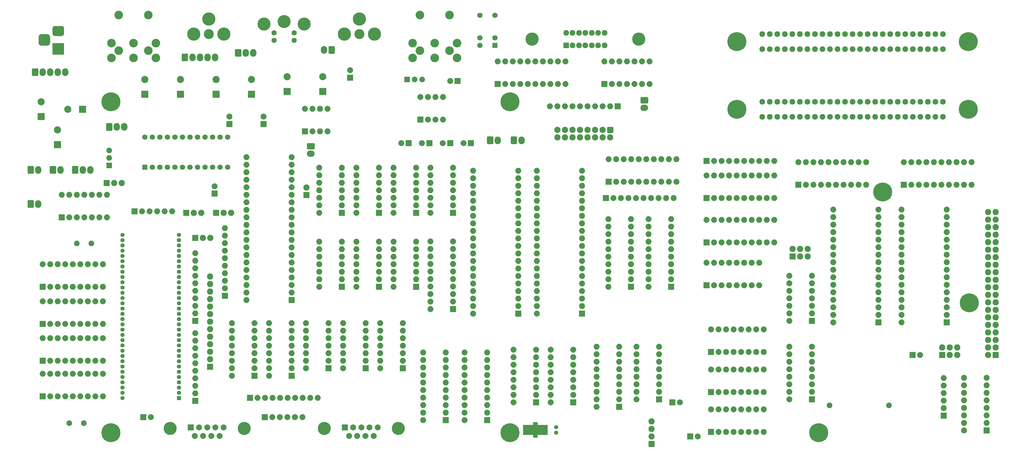
<source format=gts>
G04 #@! TF.GenerationSoftware,KiCad,Pcbnew,(5.1.6)-1*
G04 #@! TF.CreationDate,2021-11-22T06:51:35+02:00*
G04 #@! TF.ProjectId,Omega-Mainboard,4f6d6567-612d-44d6-9169-6e626f617264,rev?*
G04 #@! TF.SameCoordinates,Original*
G04 #@! TF.FileFunction,Soldermask,Top*
G04 #@! TF.FilePolarity,Negative*
%FSLAX46Y46*%
G04 Gerber Fmt 4.6, Leading zero omitted, Abs format (unit mm)*
G04 Created by KiCad (PCBNEW (5.1.6)-1) date 2021-11-22 06:51:35*
%MOMM*%
%LPD*%
G01*
G04 APERTURE LIST*
%ADD10C,6.400000*%
%ADD11O,2.140000X2.590000*%
%ADD12R,3.900000X3.900000*%
%ADD13O,2.000000X2.000000*%
%ADD14R,2.000000X2.000000*%
%ADD15R,1.797000X1.797000*%
%ADD16C,1.797000*%
%ADD17O,2.100000X2.100000*%
%ADD18R,2.100000X2.100000*%
%ADD19C,1.924000*%
%ADD20O,2.590000X2.140000*%
%ADD21C,2.000000*%
%ADD22C,4.400000*%
%ADD23C,1.400000*%
%ADD24R,8.400000X3.400000*%
%ADD25R,1.600000X1.600000*%
%ADD26C,2.100000*%
%ADD27R,1.900000X1.900000*%
%ADD28C,1.900000*%
%ADD29C,2.400000*%
%ADD30R,2.400000X2.400000*%
%ADD31C,2.900000*%
%ADD32C,4.400500*%
%ADD33C,1.771600*%
%ADD34R,1.416000X1.416000*%
%ADD35C,1.416000*%
%ADD36C,4.464000*%
%ADD37C,3.371800*%
%ADD38R,1.924000X1.924000*%
%ADD39C,4.448760*%
G04 APERTURE END LIST*
D10*
X357822000Y-80010000D03*
X279718000Y-80010000D03*
X357822000Y-57150000D03*
X279718000Y-57150000D03*
X358140000Y-145415000D03*
X307340000Y-189230000D03*
X203200000Y-189230000D03*
X68580000Y-189230000D03*
X328930000Y-107950000D03*
X203200000Y-77470000D03*
X68580000Y-77470000D03*
D11*
X53160000Y-67500000D03*
X50620000Y-67500000D03*
X48080000Y-67500000D03*
X45540000Y-67500000D03*
G36*
G01*
X41930000Y-68487530D02*
X41930000Y-66512470D01*
G75*
G02*
X42237470Y-66205000I307470J0D01*
G01*
X43762530Y-66205000D01*
G75*
G02*
X44070000Y-66512470I0J-307470D01*
G01*
X44070000Y-68487530D01*
G75*
G02*
X43762530Y-68795000I-307470J0D01*
G01*
X42237470Y-68795000D01*
G75*
G02*
X41930000Y-68487530I0J307470D01*
G01*
G37*
X44040000Y-100500000D03*
G36*
G01*
X40430000Y-101487530D02*
X40430000Y-99512470D01*
G75*
G02*
X40737470Y-99205000I307470J0D01*
G01*
X42262530Y-99205000D01*
G75*
G02*
X42570000Y-99512470I0J-307470D01*
G01*
X42570000Y-101487530D01*
G75*
G02*
X42262530Y-101795000I-307470J0D01*
G01*
X40737470Y-101795000D01*
G75*
G02*
X40430000Y-101487530I0J307470D01*
G01*
G37*
G36*
G01*
X45125000Y-54650000D02*
X47075000Y-54650000D01*
G75*
G02*
X48050000Y-55625000I0J-975000D01*
G01*
X48050000Y-57575000D01*
G75*
G02*
X47075000Y-58550000I-975000J0D01*
G01*
X45125000Y-58550000D01*
G75*
G02*
X44150000Y-57575000I0J975000D01*
G01*
X44150000Y-55625000D01*
G75*
G02*
X45125000Y-54650000I975000J0D01*
G01*
G37*
G36*
G01*
X49700000Y-51900000D02*
X51900000Y-51900000D01*
G75*
G02*
X52750000Y-52750000I0J-850000D01*
G01*
X52750000Y-54450000D01*
G75*
G02*
X51900000Y-55300000I-850000J0D01*
G01*
X49700000Y-55300000D01*
G75*
G02*
X48850000Y-54450000I0J850000D01*
G01*
X48850000Y-52750000D01*
G75*
G02*
X49700000Y-51900000I850000J0D01*
G01*
G37*
D12*
X50800000Y-59600000D03*
D13*
X199000000Y-63880000D03*
X221860000Y-71500000D03*
X201540000Y-63880000D03*
X219320000Y-71500000D03*
X204080000Y-63880000D03*
X216780000Y-71500000D03*
X206620000Y-63880000D03*
X214240000Y-71500000D03*
X209160000Y-63880000D03*
X211700000Y-71500000D03*
X211700000Y-63880000D03*
X209160000Y-71500000D03*
X214240000Y-63880000D03*
X206620000Y-71500000D03*
X216780000Y-63880000D03*
X204080000Y-71500000D03*
X219320000Y-63880000D03*
X201540000Y-71500000D03*
X221860000Y-63880000D03*
D14*
X199000000Y-71500000D03*
D15*
X80030000Y-99580000D03*
D16*
X82570000Y-99580000D03*
X85110000Y-99580000D03*
X87650000Y-99580000D03*
X90190000Y-99580000D03*
X92730000Y-99580000D03*
X95270000Y-99580000D03*
X97810000Y-99580000D03*
X100350000Y-99580000D03*
X102890000Y-99580000D03*
X105430000Y-99580000D03*
X107970000Y-99580000D03*
X107970000Y-89420000D03*
X105430000Y-89420000D03*
X102890000Y-89420000D03*
X100350000Y-89420000D03*
X97810000Y-89420000D03*
X95270000Y-89420000D03*
X92730000Y-89420000D03*
X90190000Y-89420000D03*
X87650000Y-89420000D03*
X85110000Y-89420000D03*
X82570000Y-89420000D03*
X80030000Y-89420000D03*
D17*
X250975000Y-185455000D03*
X250975000Y-187995000D03*
X250975000Y-190535000D03*
D18*
X250975000Y-193075000D03*
D11*
X51540000Y-100500000D03*
G36*
G01*
X47930000Y-101487530D02*
X47930000Y-99512470D01*
G75*
G02*
X48237470Y-99205000I307470J0D01*
G01*
X49762530Y-99205000D01*
G75*
G02*
X50070000Y-99512470I0J-307470D01*
G01*
X50070000Y-101487530D01*
G75*
G02*
X49762530Y-101795000I-307470J0D01*
G01*
X48237470Y-101795000D01*
G75*
G02*
X47930000Y-101487530I0J307470D01*
G01*
G37*
X44040000Y-112000000D03*
G36*
G01*
X40430000Y-112987530D02*
X40430000Y-111012470D01*
G75*
G02*
X40737470Y-110705000I307470J0D01*
G01*
X42262530Y-110705000D01*
G75*
G02*
X42570000Y-111012470I0J-307470D01*
G01*
X42570000Y-112987530D01*
G75*
G02*
X42262530Y-113295000I-307470J0D01*
G01*
X40737470Y-113295000D01*
G75*
G02*
X40430000Y-112987530I0J307470D01*
G01*
G37*
D13*
X190760000Y-149000000D03*
X206000000Y-100740000D03*
X190760000Y-146460000D03*
X206000000Y-103280000D03*
X190760000Y-143920000D03*
X206000000Y-105820000D03*
X190760000Y-141380000D03*
X206000000Y-108360000D03*
X190760000Y-138840000D03*
X206000000Y-110900000D03*
X190760000Y-136300000D03*
X206000000Y-113440000D03*
X190760000Y-133760000D03*
X206000000Y-115980000D03*
X190760000Y-131220000D03*
X206000000Y-118520000D03*
X190760000Y-128680000D03*
X206000000Y-121060000D03*
X190760000Y-126140000D03*
X206000000Y-123600000D03*
X190760000Y-123600000D03*
X206000000Y-126140000D03*
X190760000Y-121060000D03*
X206000000Y-128680000D03*
X190760000Y-118520000D03*
X206000000Y-131220000D03*
X190760000Y-115980000D03*
X206000000Y-133760000D03*
X190760000Y-113440000D03*
X206000000Y-136300000D03*
X190760000Y-110900000D03*
X206000000Y-138840000D03*
X190760000Y-108360000D03*
X206000000Y-141380000D03*
X190760000Y-105820000D03*
X206000000Y-143920000D03*
X190760000Y-103280000D03*
X206000000Y-146460000D03*
X190760000Y-100740000D03*
D14*
X206000000Y-149000000D03*
D19*
X349250000Y-54610000D03*
X349250000Y-59690000D03*
X346710000Y-54610000D03*
X346710000Y-59690000D03*
X344170000Y-54610000D03*
X344170000Y-59690000D03*
X341630000Y-54610000D03*
X341630000Y-59690000D03*
X339090000Y-54610000D03*
X339090000Y-59690000D03*
X336550000Y-54610000D03*
X336550000Y-59690000D03*
X334010000Y-54610000D03*
X334010000Y-59690000D03*
X331470000Y-54610000D03*
X331470000Y-59690000D03*
X328930000Y-54610000D03*
X328930000Y-59690000D03*
X326390000Y-54610000D03*
X326390000Y-59690000D03*
X323850000Y-54610000D03*
X323850000Y-59690000D03*
X321310000Y-54610000D03*
X321310000Y-59690000D03*
X318770000Y-54610000D03*
X318770000Y-59690000D03*
X316230000Y-54610000D03*
X316230000Y-59690000D03*
X313690000Y-54610000D03*
X313690000Y-59690000D03*
X311150000Y-54610000D03*
X311150000Y-59690000D03*
X308610000Y-54610000D03*
X308610000Y-59690000D03*
X306070000Y-54610000D03*
X306070000Y-59690000D03*
X303530000Y-54610000D03*
X303530000Y-59690000D03*
X300990000Y-54610000D03*
X300990000Y-59690000D03*
X298450000Y-54610000D03*
X298450000Y-59690000D03*
X295910000Y-54610000D03*
X295910000Y-59690000D03*
X293370000Y-54610000D03*
X293370000Y-59690000D03*
X290830000Y-54610000D03*
X290830000Y-59690000D03*
X288290000Y-54610000D03*
X288290000Y-59690000D03*
X349250000Y-77470000D03*
X349250000Y-82550000D03*
X346710000Y-77470000D03*
X346710000Y-82550000D03*
X344170000Y-77470000D03*
X344170000Y-82550000D03*
X341630000Y-77470000D03*
X341630000Y-82550000D03*
X339090000Y-77470000D03*
X339090000Y-82550000D03*
X336550000Y-77470000D03*
X336550000Y-82550000D03*
X334010000Y-77470000D03*
X334010000Y-82550000D03*
X331470000Y-77470000D03*
X331470000Y-82550000D03*
X328930000Y-77470000D03*
X328930000Y-82550000D03*
X326390000Y-77470000D03*
X326390000Y-82550000D03*
X323850000Y-77470000D03*
X323850000Y-82550000D03*
X321310000Y-77470000D03*
X321310000Y-82550000D03*
X318770000Y-77470000D03*
X318770000Y-82550000D03*
X316230000Y-77470000D03*
X316230000Y-82550000D03*
X313690000Y-77470000D03*
X313690000Y-82550000D03*
X311150000Y-77470000D03*
X311150000Y-82550000D03*
X308610000Y-77470000D03*
X308610000Y-82550000D03*
X306070000Y-77470000D03*
X306070000Y-82550000D03*
X303530000Y-77470000D03*
X303530000Y-82550000D03*
X300990000Y-77470000D03*
X300990000Y-82550000D03*
X298450000Y-77470000D03*
X298450000Y-82550000D03*
X295910000Y-77470000D03*
X295910000Y-82550000D03*
X293370000Y-77470000D03*
X293370000Y-82550000D03*
X290830000Y-77470000D03*
X290830000Y-82550000D03*
X288290000Y-77470000D03*
X288290000Y-82550000D03*
D11*
X207040000Y-90500000D03*
G36*
G01*
X203430000Y-91487530D02*
X203430000Y-89512470D01*
G75*
G02*
X203737470Y-89205000I307470J0D01*
G01*
X205262530Y-89205000D01*
G75*
G02*
X205570000Y-89512470I0J-307470D01*
G01*
X205570000Y-91487530D01*
G75*
G02*
X205262530Y-91795000I-307470J0D01*
G01*
X203737470Y-91795000D01*
G75*
G02*
X203430000Y-91487530I0J307470D01*
G01*
G37*
X199040000Y-90500000D03*
G36*
G01*
X195430000Y-91487530D02*
X195430000Y-89512470D01*
G75*
G02*
X195737470Y-89205000I307470J0D01*
G01*
X197262530Y-89205000D01*
G75*
G02*
X197570000Y-89512470I0J-307470D01*
G01*
X197570000Y-91487530D01*
G75*
G02*
X197262530Y-91795000I-307470J0D01*
G01*
X195737470Y-91795000D01*
G75*
G02*
X195430000Y-91487530I0J307470D01*
G01*
G37*
D20*
X248500000Y-79540000D03*
G36*
G01*
X247512470Y-75930000D02*
X249487530Y-75930000D01*
G75*
G02*
X249795000Y-76237470I0J-307470D01*
G01*
X249795000Y-77762530D01*
G75*
G02*
X249487530Y-78070000I-307470J0D01*
G01*
X247512470Y-78070000D01*
G75*
G02*
X247205000Y-77762530I0J307470D01*
G01*
X247205000Y-76237470D01*
G75*
G02*
X247512470Y-75930000I307470J0D01*
G01*
G37*
X136000000Y-95040000D03*
G36*
G01*
X135012470Y-91430000D02*
X136987530Y-91430000D01*
G75*
G02*
X137295000Y-91737470I0J-307470D01*
G01*
X137295000Y-93262530D01*
G75*
G02*
X136987530Y-93570000I-307470J0D01*
G01*
X135012470Y-93570000D01*
G75*
G02*
X134705000Y-93262530I0J307470D01*
G01*
X134705000Y-91737470D01*
G75*
G02*
X135012470Y-91430000I307470J0D01*
G01*
G37*
D11*
X140460000Y-60000000D03*
G36*
G01*
X144070000Y-59012470D02*
X144070000Y-60987530D01*
G75*
G02*
X143762530Y-61295000I-307470J0D01*
G01*
X142237470Y-61295000D01*
G75*
G02*
X141930000Y-60987530I0J307470D01*
G01*
X141930000Y-59012470D01*
G75*
G02*
X142237470Y-58705000I307470J0D01*
G01*
X143762530Y-58705000D01*
G75*
G02*
X144070000Y-59012470I0J-307470D01*
G01*
G37*
X103660000Y-62500000D03*
X101120000Y-62500000D03*
X98580000Y-62500000D03*
X96040000Y-62500000D03*
G36*
G01*
X92430000Y-63487530D02*
X92430000Y-61512470D01*
G75*
G02*
X92737470Y-61205000I307470J0D01*
G01*
X94262530Y-61205000D01*
G75*
G02*
X94570000Y-61512470I0J-307470D01*
G01*
X94570000Y-63487530D01*
G75*
G02*
X94262530Y-63795000I-307470J0D01*
G01*
X92737470Y-63795000D01*
G75*
G02*
X92430000Y-63487530I0J307470D01*
G01*
G37*
X116580000Y-61000000D03*
X114040000Y-61000000D03*
G36*
G01*
X110430000Y-61987530D02*
X110430000Y-60012470D01*
G75*
G02*
X110737470Y-59705000I307470J0D01*
G01*
X112262530Y-59705000D01*
G75*
G02*
X112570000Y-60012470I0J-307470D01*
G01*
X112570000Y-61987530D01*
G75*
G02*
X112262530Y-62295000I-307470J0D01*
G01*
X110737470Y-62295000D01*
G75*
G02*
X110430000Y-61987530I0J307470D01*
G01*
G37*
X61580000Y-100500000D03*
X59040000Y-100500000D03*
G36*
G01*
X55430000Y-101487530D02*
X55430000Y-99512470D01*
G75*
G02*
X55737470Y-99205000I307470J0D01*
G01*
X57262530Y-99205000D01*
G75*
G02*
X57570000Y-99512470I0J-307470D01*
G01*
X57570000Y-101487530D01*
G75*
G02*
X57262530Y-101795000I-307470J0D01*
G01*
X55737470Y-101795000D01*
G75*
G02*
X55430000Y-101487530I0J307470D01*
G01*
G37*
X73080000Y-86000000D03*
X70540000Y-86000000D03*
G36*
G01*
X66930000Y-86987530D02*
X66930000Y-85012470D01*
G75*
G02*
X67237470Y-84705000I307470J0D01*
G01*
X68762530Y-84705000D01*
G75*
G02*
X69070000Y-85012470I0J-307470D01*
G01*
X69070000Y-86987530D01*
G75*
G02*
X68762530Y-87295000I-307470J0D01*
G01*
X67237470Y-87295000D01*
G75*
G02*
X66930000Y-86987530I0J307470D01*
G01*
G37*
D21*
X260500000Y-179000000D03*
D14*
X258000000Y-179000000D03*
D21*
X266500000Y-190500000D03*
D14*
X264000000Y-190500000D03*
D22*
X165540000Y-187800000D03*
X140540000Y-187800000D03*
D21*
X157195000Y-190340000D03*
X154425000Y-190340000D03*
X151655000Y-190340000D03*
X148885000Y-190340000D03*
X158580000Y-187500000D03*
X155810000Y-187500000D03*
X153040000Y-187500000D03*
X150270000Y-187500000D03*
D14*
X147500000Y-187500000D03*
D22*
X113540000Y-187800000D03*
X88540000Y-187800000D03*
D21*
X105195000Y-190340000D03*
X102425000Y-190340000D03*
X99655000Y-190340000D03*
X96885000Y-190340000D03*
X106580000Y-187500000D03*
X103810000Y-187500000D03*
X101040000Y-187500000D03*
X98270000Y-187500000D03*
D14*
X95500000Y-187500000D03*
D17*
X109080000Y-115000000D03*
X106540000Y-115000000D03*
D18*
X104000000Y-115000000D03*
D17*
X99080000Y-115000000D03*
X96540000Y-115000000D03*
D18*
X94000000Y-115000000D03*
D17*
X364460000Y-114740000D03*
X367000000Y-114740000D03*
X364460000Y-117280000D03*
X367000000Y-117280000D03*
X364460000Y-119820000D03*
X367000000Y-119820000D03*
X364460000Y-122360000D03*
X367000000Y-122360000D03*
X364460000Y-124900000D03*
X367000000Y-124900000D03*
X364460000Y-127440000D03*
X367000000Y-127440000D03*
X364460000Y-129980000D03*
X367000000Y-129980000D03*
X364460000Y-132520000D03*
X367000000Y-132520000D03*
X364460000Y-135060000D03*
X367000000Y-135060000D03*
X364460000Y-137600000D03*
X367000000Y-137600000D03*
X364460000Y-140140000D03*
X367000000Y-140140000D03*
X364460000Y-142680000D03*
X367000000Y-142680000D03*
X364460000Y-145220000D03*
X367000000Y-145220000D03*
X364460000Y-147760000D03*
X367000000Y-147760000D03*
X364460000Y-150300000D03*
X367000000Y-150300000D03*
X364460000Y-152840000D03*
X367000000Y-152840000D03*
X364460000Y-155380000D03*
X367000000Y-155380000D03*
X364460000Y-157920000D03*
X367000000Y-157920000D03*
X364460000Y-160460000D03*
X367000000Y-160460000D03*
X364460000Y-163000000D03*
D18*
X367000000Y-163000000D03*
D13*
X356380000Y-188500000D03*
X364000000Y-170720000D03*
X356380000Y-185960000D03*
X364000000Y-173260000D03*
X356380000Y-183420000D03*
X364000000Y-175800000D03*
X356380000Y-180880000D03*
X364000000Y-178340000D03*
X356380000Y-178340000D03*
X364000000Y-180880000D03*
X356380000Y-175800000D03*
X364000000Y-183420000D03*
X356380000Y-173260000D03*
X364000000Y-185960000D03*
X356380000Y-170720000D03*
D14*
X364000000Y-188500000D03*
D13*
X349500000Y-170800000D03*
X349500000Y-173340000D03*
X349500000Y-175880000D03*
X349500000Y-178420000D03*
X349500000Y-180960000D03*
D14*
X349500000Y-183500000D03*
D18*
X349000000Y-163000000D03*
D17*
X349000000Y-160460000D03*
X351540000Y-163000000D03*
X351540000Y-160460000D03*
X354080000Y-163000000D03*
X354080000Y-160460000D03*
D21*
X341500000Y-163000000D03*
D14*
X339000000Y-163000000D03*
D13*
X335260000Y-152000000D03*
X350500000Y-113900000D03*
X335260000Y-149460000D03*
X350500000Y-116440000D03*
X335260000Y-146920000D03*
X350500000Y-118980000D03*
X335260000Y-144380000D03*
X350500000Y-121520000D03*
X335260000Y-141840000D03*
X350500000Y-124060000D03*
X335260000Y-139300000D03*
X350500000Y-126600000D03*
X335260000Y-136760000D03*
X350500000Y-129140000D03*
X335260000Y-134220000D03*
X350500000Y-131680000D03*
X335260000Y-131680000D03*
X350500000Y-134220000D03*
X335260000Y-129140000D03*
X350500000Y-136760000D03*
X335260000Y-126600000D03*
X350500000Y-139300000D03*
X335260000Y-124060000D03*
X350500000Y-141840000D03*
X335260000Y-121520000D03*
X350500000Y-144380000D03*
X335260000Y-118980000D03*
X350500000Y-146920000D03*
X335260000Y-116440000D03*
X350500000Y-149460000D03*
X335260000Y-113900000D03*
D14*
X350500000Y-152000000D03*
D17*
X134500000Y-106460000D03*
D18*
X134500000Y-109000000D03*
D13*
X312260000Y-152000000D03*
X327500000Y-113900000D03*
X312260000Y-149460000D03*
X327500000Y-116440000D03*
X312260000Y-146920000D03*
X327500000Y-118980000D03*
X312260000Y-144380000D03*
X327500000Y-121520000D03*
X312260000Y-141840000D03*
X327500000Y-124060000D03*
X312260000Y-139300000D03*
X327500000Y-126600000D03*
X312260000Y-136760000D03*
X327500000Y-129140000D03*
X312260000Y-134220000D03*
X327500000Y-131680000D03*
X312260000Y-131680000D03*
X327500000Y-134220000D03*
X312260000Y-129140000D03*
X327500000Y-136760000D03*
X312260000Y-126600000D03*
X327500000Y-139300000D03*
X312260000Y-124060000D03*
X327500000Y-141840000D03*
X312260000Y-121520000D03*
X327500000Y-144380000D03*
X312260000Y-118980000D03*
X327500000Y-146920000D03*
X312260000Y-116440000D03*
X327500000Y-149460000D03*
X312260000Y-113900000D03*
D14*
X327500000Y-152000000D03*
D13*
X297380000Y-178000000D03*
X305000000Y-160220000D03*
X297380000Y-175460000D03*
X305000000Y-162760000D03*
X297380000Y-172920000D03*
X305000000Y-165300000D03*
X297380000Y-170380000D03*
X305000000Y-167840000D03*
X297380000Y-167840000D03*
X305000000Y-170380000D03*
X297380000Y-165300000D03*
X305000000Y-172920000D03*
X297380000Y-162760000D03*
X305000000Y-175460000D03*
X297380000Y-160220000D03*
D14*
X305000000Y-178000000D03*
D13*
X271000000Y-181380000D03*
X288780000Y-189000000D03*
X273540000Y-181380000D03*
X286240000Y-189000000D03*
X276080000Y-181380000D03*
X283700000Y-189000000D03*
X278620000Y-181380000D03*
X281160000Y-189000000D03*
X281160000Y-181380000D03*
X278620000Y-189000000D03*
X283700000Y-181380000D03*
X276080000Y-189000000D03*
X286240000Y-181380000D03*
X273540000Y-189000000D03*
X288780000Y-181380000D03*
D14*
X271000000Y-189000000D03*
D13*
X271000000Y-167880000D03*
X288780000Y-175500000D03*
X273540000Y-167880000D03*
X286240000Y-175500000D03*
X276080000Y-167880000D03*
X283700000Y-175500000D03*
X278620000Y-167880000D03*
X281160000Y-175500000D03*
X281160000Y-167880000D03*
X278620000Y-175500000D03*
X283700000Y-167880000D03*
X276080000Y-175500000D03*
X286240000Y-167880000D03*
X273540000Y-175500000D03*
X288780000Y-167880000D03*
D14*
X271000000Y-175500000D03*
D17*
X303580000Y-127185000D03*
X303580000Y-129725000D03*
X301040000Y-127185000D03*
X301040000Y-129725000D03*
X298500000Y-127185000D03*
D18*
X298500000Y-129725000D03*
D13*
X271000000Y-154380000D03*
X288780000Y-162000000D03*
X273540000Y-154380000D03*
X286240000Y-162000000D03*
X276080000Y-154380000D03*
X283700000Y-162000000D03*
X278620000Y-154380000D03*
X281160000Y-162000000D03*
X281160000Y-154380000D03*
X278620000Y-162000000D03*
X283700000Y-154380000D03*
X276080000Y-162000000D03*
X286240000Y-154380000D03*
X273540000Y-162000000D03*
X288780000Y-154380000D03*
D14*
X271000000Y-162000000D03*
D13*
X269500000Y-131880000D03*
X287280000Y-139500000D03*
X272040000Y-131880000D03*
X284740000Y-139500000D03*
X274580000Y-131880000D03*
X282200000Y-139500000D03*
X277120000Y-131880000D03*
X279660000Y-139500000D03*
X279660000Y-131880000D03*
X277120000Y-139500000D03*
X282200000Y-131880000D03*
X274580000Y-139500000D03*
X284740000Y-131880000D03*
X272040000Y-139500000D03*
X287280000Y-131880000D03*
D14*
X269500000Y-139500000D03*
D13*
X269500000Y-117380000D03*
X292360000Y-125000000D03*
X272040000Y-117380000D03*
X289820000Y-125000000D03*
X274580000Y-117380000D03*
X287280000Y-125000000D03*
X277120000Y-117380000D03*
X284740000Y-125000000D03*
X279660000Y-117380000D03*
X282200000Y-125000000D03*
X282200000Y-117380000D03*
X279660000Y-125000000D03*
X284740000Y-117380000D03*
X277120000Y-125000000D03*
X287280000Y-117380000D03*
X274580000Y-125000000D03*
X289820000Y-117380000D03*
X272040000Y-125000000D03*
X292360000Y-117380000D03*
D14*
X269500000Y-125000000D03*
D13*
X336000000Y-97880000D03*
X358860000Y-105500000D03*
X338540000Y-97880000D03*
X356320000Y-105500000D03*
X341080000Y-97880000D03*
X353780000Y-105500000D03*
X343620000Y-97880000D03*
X351240000Y-105500000D03*
X346160000Y-97880000D03*
X348700000Y-105500000D03*
X348700000Y-97880000D03*
X346160000Y-105500000D03*
X351240000Y-97880000D03*
X343620000Y-105500000D03*
X353780000Y-97880000D03*
X341080000Y-105500000D03*
X356320000Y-97880000D03*
X338540000Y-105500000D03*
X358860000Y-97880000D03*
D14*
X336000000Y-105500000D03*
D13*
X245880000Y-178000000D03*
X253500000Y-160220000D03*
X245880000Y-175460000D03*
X253500000Y-162760000D03*
X245880000Y-172920000D03*
X253500000Y-165300000D03*
X245880000Y-170380000D03*
X253500000Y-167840000D03*
X245880000Y-167840000D03*
X253500000Y-170380000D03*
X245880000Y-165300000D03*
X253500000Y-172920000D03*
X245880000Y-162760000D03*
X253500000Y-175460000D03*
X245880000Y-160220000D03*
D14*
X253500000Y-178000000D03*
D13*
X232380000Y-180500000D03*
X240000000Y-160180000D03*
X232380000Y-177960000D03*
X240000000Y-162720000D03*
X232380000Y-175420000D03*
X240000000Y-165260000D03*
X232380000Y-172880000D03*
X240000000Y-167800000D03*
X232380000Y-170340000D03*
X240000000Y-170340000D03*
X232380000Y-167800000D03*
X240000000Y-172880000D03*
X232380000Y-165260000D03*
X240000000Y-175420000D03*
X232380000Y-162720000D03*
X240000000Y-177960000D03*
X232380000Y-160180000D03*
D14*
X240000000Y-180500000D03*
D23*
X218725000Y-187375000D03*
X218725000Y-189275000D03*
D24*
X211725000Y-188325000D03*
D25*
X211725000Y-186425000D03*
X211725000Y-190225000D03*
D13*
X249880000Y-140000000D03*
X257500000Y-117140000D03*
X249880000Y-137460000D03*
X257500000Y-119680000D03*
X249880000Y-134920000D03*
X257500000Y-122220000D03*
X249880000Y-132380000D03*
X257500000Y-124760000D03*
X249880000Y-129840000D03*
X257500000Y-127300000D03*
X249880000Y-127300000D03*
X257500000Y-129840000D03*
X249880000Y-124760000D03*
X257500000Y-132380000D03*
X249880000Y-122220000D03*
X257500000Y-134920000D03*
X249880000Y-119680000D03*
X257500000Y-137460000D03*
X249880000Y-117140000D03*
D14*
X257500000Y-140000000D03*
D13*
X236380000Y-140000000D03*
X244000000Y-117140000D03*
X236380000Y-137460000D03*
X244000000Y-119680000D03*
X236380000Y-134920000D03*
X244000000Y-122220000D03*
X236380000Y-132380000D03*
X244000000Y-124760000D03*
X236380000Y-129840000D03*
X244000000Y-127300000D03*
X236380000Y-127300000D03*
X244000000Y-129840000D03*
X236380000Y-124760000D03*
X244000000Y-132380000D03*
X236380000Y-122220000D03*
X244000000Y-134920000D03*
X236380000Y-119680000D03*
X244000000Y-137460000D03*
X236380000Y-117140000D03*
D14*
X244000000Y-140000000D03*
D13*
X269500000Y-102380000D03*
X292360000Y-110000000D03*
X272040000Y-102380000D03*
X289820000Y-110000000D03*
X274580000Y-102380000D03*
X287280000Y-110000000D03*
X277120000Y-102380000D03*
X284740000Y-110000000D03*
X279660000Y-102380000D03*
X282200000Y-110000000D03*
X282200000Y-102380000D03*
X279660000Y-110000000D03*
X284740000Y-102380000D03*
X277120000Y-110000000D03*
X287280000Y-102380000D03*
X274580000Y-110000000D03*
X289820000Y-102380000D03*
X272040000Y-110000000D03*
X292360000Y-102380000D03*
D14*
X269500000Y-110000000D03*
D13*
X292360000Y-97500000D03*
X289820000Y-97500000D03*
X287280000Y-97500000D03*
X284740000Y-97500000D03*
X282200000Y-97500000D03*
X279660000Y-97500000D03*
X277120000Y-97500000D03*
X274580000Y-97500000D03*
X272040000Y-97500000D03*
D14*
X269500000Y-97500000D03*
D13*
X300500000Y-97880000D03*
X323360000Y-105500000D03*
X303040000Y-97880000D03*
X320820000Y-105500000D03*
X305580000Y-97880000D03*
X318280000Y-105500000D03*
X308120000Y-97880000D03*
X315740000Y-105500000D03*
X310660000Y-97880000D03*
X313200000Y-105500000D03*
X313200000Y-97880000D03*
X310660000Y-105500000D03*
X315740000Y-97880000D03*
X308120000Y-105500000D03*
X318280000Y-97880000D03*
X305580000Y-105500000D03*
X320820000Y-97880000D03*
X303040000Y-105500000D03*
X323360000Y-97880000D03*
D14*
X300500000Y-105500000D03*
D13*
X216880000Y-179000000D03*
X224500000Y-161220000D03*
X216880000Y-176460000D03*
X224500000Y-163760000D03*
X216880000Y-173920000D03*
X224500000Y-166300000D03*
X216880000Y-171380000D03*
X224500000Y-168840000D03*
X216880000Y-168840000D03*
X224500000Y-171380000D03*
X216880000Y-166300000D03*
X224500000Y-173920000D03*
X216880000Y-163760000D03*
X224500000Y-176460000D03*
X216880000Y-161220000D03*
D14*
X224500000Y-179000000D03*
D13*
X204380000Y-179000000D03*
X212000000Y-161220000D03*
X204380000Y-176460000D03*
X212000000Y-163760000D03*
X204380000Y-173920000D03*
X212000000Y-166300000D03*
X204380000Y-171380000D03*
X212000000Y-168840000D03*
X204380000Y-168840000D03*
X212000000Y-171380000D03*
X204380000Y-166300000D03*
X212000000Y-173920000D03*
X204380000Y-163760000D03*
X212000000Y-176460000D03*
X204380000Y-161220000D03*
D14*
X212000000Y-179000000D03*
D13*
X187880000Y-185000000D03*
X195500000Y-162140000D03*
X187880000Y-182460000D03*
X195500000Y-164680000D03*
X187880000Y-179920000D03*
X195500000Y-167220000D03*
X187880000Y-177380000D03*
X195500000Y-169760000D03*
X187880000Y-174840000D03*
X195500000Y-172300000D03*
X187880000Y-172300000D03*
X195500000Y-174840000D03*
X187880000Y-169760000D03*
X195500000Y-177380000D03*
X187880000Y-167220000D03*
X195500000Y-179920000D03*
X187880000Y-164680000D03*
X195500000Y-182460000D03*
X187880000Y-162140000D03*
D14*
X195500000Y-185000000D03*
D13*
X173880000Y-185000000D03*
X181500000Y-162140000D03*
X173880000Y-182460000D03*
X181500000Y-164680000D03*
X173880000Y-179920000D03*
X181500000Y-167220000D03*
X173880000Y-177380000D03*
X181500000Y-169760000D03*
X173880000Y-174840000D03*
X181500000Y-172300000D03*
X173880000Y-172300000D03*
X181500000Y-174840000D03*
X173880000Y-169760000D03*
X181500000Y-177380000D03*
X173880000Y-167220000D03*
X181500000Y-179920000D03*
X173880000Y-164680000D03*
X181500000Y-182460000D03*
X173880000Y-162140000D03*
D14*
X181500000Y-185000000D03*
D13*
X133200000Y-184000000D03*
X130660000Y-184000000D03*
X128120000Y-184000000D03*
X125580000Y-184000000D03*
X123040000Y-184000000D03*
D14*
X120500000Y-184000000D03*
D13*
X138360000Y-177500000D03*
X135820000Y-177500000D03*
X133280000Y-177500000D03*
X130740000Y-177500000D03*
X128200000Y-177500000D03*
X125660000Y-177500000D03*
X123120000Y-177500000D03*
X120580000Y-177500000D03*
X118040000Y-177500000D03*
D14*
X115500000Y-177500000D03*
D13*
X159380000Y-167500000D03*
X167000000Y-152260000D03*
X159380000Y-164960000D03*
X167000000Y-154800000D03*
X159380000Y-162420000D03*
X167000000Y-157340000D03*
X159380000Y-159880000D03*
X167000000Y-159880000D03*
X159380000Y-157340000D03*
X167000000Y-162420000D03*
X159380000Y-154800000D03*
X167000000Y-164960000D03*
X159380000Y-152260000D03*
D14*
X167000000Y-167500000D03*
D13*
X146880000Y-167500000D03*
X154500000Y-152260000D03*
X146880000Y-164960000D03*
X154500000Y-154800000D03*
X146880000Y-162420000D03*
X154500000Y-157340000D03*
X146880000Y-159880000D03*
X154500000Y-159880000D03*
X146880000Y-157340000D03*
X154500000Y-162420000D03*
X146880000Y-154800000D03*
X154500000Y-164960000D03*
X146880000Y-152260000D03*
D14*
X154500000Y-167500000D03*
D13*
X134380000Y-167500000D03*
X142000000Y-152260000D03*
X134380000Y-164960000D03*
X142000000Y-154800000D03*
X134380000Y-162420000D03*
X142000000Y-157340000D03*
X134380000Y-159880000D03*
X142000000Y-159880000D03*
X134380000Y-157340000D03*
X142000000Y-162420000D03*
X134380000Y-154800000D03*
X142000000Y-164960000D03*
X134380000Y-152260000D03*
D14*
X142000000Y-167500000D03*
D13*
X121880000Y-170000000D03*
X129500000Y-152220000D03*
X121880000Y-167460000D03*
X129500000Y-154760000D03*
X121880000Y-164920000D03*
X129500000Y-157300000D03*
X121880000Y-162380000D03*
X129500000Y-159840000D03*
X121880000Y-159840000D03*
X129500000Y-162380000D03*
X121880000Y-157300000D03*
X129500000Y-164920000D03*
X121880000Y-154760000D03*
X129500000Y-167460000D03*
X121880000Y-152220000D03*
D14*
X129500000Y-170000000D03*
D13*
X109380000Y-170000000D03*
X117000000Y-152220000D03*
X109380000Y-167460000D03*
X117000000Y-154760000D03*
X109380000Y-164920000D03*
X117000000Y-157300000D03*
X109380000Y-162380000D03*
X117000000Y-159840000D03*
X109380000Y-159840000D03*
X117000000Y-162380000D03*
X109380000Y-157300000D03*
X117000000Y-164920000D03*
X109380000Y-154760000D03*
X117000000Y-167460000D03*
X109380000Y-152220000D03*
D14*
X117000000Y-170000000D03*
D13*
X236500000Y-96880000D03*
X259360000Y-104500000D03*
X239040000Y-96880000D03*
X256820000Y-104500000D03*
X241580000Y-96880000D03*
X254280000Y-104500000D03*
X244120000Y-96880000D03*
X251740000Y-104500000D03*
X246660000Y-96880000D03*
X249200000Y-104500000D03*
X249200000Y-96880000D03*
X246660000Y-104500000D03*
X251740000Y-96880000D03*
X244120000Y-104500000D03*
X254280000Y-96880000D03*
X241580000Y-104500000D03*
X256820000Y-96880000D03*
X239040000Y-104500000D03*
X259360000Y-96880000D03*
D14*
X236500000Y-104500000D03*
D13*
X258360000Y-110000000D03*
X255820000Y-110000000D03*
X253280000Y-110000000D03*
X250740000Y-110000000D03*
X248200000Y-110000000D03*
X245660000Y-110000000D03*
X243120000Y-110000000D03*
X240580000Y-110000000D03*
X238040000Y-110000000D03*
D14*
X235500000Y-110000000D03*
D17*
X102000000Y-136520000D03*
X102000000Y-139060000D03*
X102000000Y-141600000D03*
X102000000Y-144140000D03*
X102000000Y-146680000D03*
X102000000Y-149220000D03*
X102000000Y-151760000D03*
X102000000Y-154300000D03*
X102000000Y-156840000D03*
X102000000Y-159380000D03*
X102000000Y-161920000D03*
X102000000Y-164460000D03*
D18*
X102000000Y-167000000D03*
D17*
X102080000Y-123500000D03*
X99540000Y-123500000D03*
D18*
X97000000Y-123500000D03*
D21*
X82000000Y-184000000D03*
D14*
X79500000Y-184000000D03*
D13*
X97000000Y-155640000D03*
X97000000Y-158180000D03*
X97000000Y-160720000D03*
X97000000Y-163260000D03*
X97000000Y-165800000D03*
X97000000Y-168340000D03*
X97000000Y-170880000D03*
X97000000Y-173420000D03*
X97000000Y-175960000D03*
D14*
X97000000Y-178500000D03*
D13*
X97000000Y-128640000D03*
X97000000Y-131180000D03*
X97000000Y-133720000D03*
X97000000Y-136260000D03*
X97000000Y-138800000D03*
X97000000Y-141340000D03*
X97000000Y-143880000D03*
X97000000Y-146420000D03*
X97000000Y-148960000D03*
D14*
X97000000Y-151500000D03*
D26*
X219220000Y-89540000D03*
X221760000Y-89540000D03*
X224300000Y-89540000D03*
X226840000Y-89540000D03*
X229380000Y-89540000D03*
X231920000Y-89540000D03*
X234460000Y-89540000D03*
X237000000Y-89540000D03*
X219220000Y-87000000D03*
X221760000Y-87000000D03*
X224300000Y-87000000D03*
X226840000Y-87000000D03*
X229380000Y-87000000D03*
X231920000Y-87000000D03*
X234460000Y-87000000D03*
G36*
G01*
X236258823Y-85950000D02*
X237741177Y-85950000D01*
G75*
G02*
X238050000Y-86258823I0J-308823D01*
G01*
X238050000Y-87741177D01*
G75*
G02*
X237741177Y-88050000I-308823J0D01*
G01*
X236258823Y-88050000D01*
G75*
G02*
X235950000Y-87741177I0J308823D01*
G01*
X235950000Y-86258823D01*
G75*
G02*
X236258823Y-85950000I308823J0D01*
G01*
G37*
D13*
X216640000Y-79000000D03*
X219180000Y-79000000D03*
X221720000Y-79000000D03*
X224260000Y-79000000D03*
X226800000Y-79000000D03*
X229340000Y-79000000D03*
X231880000Y-79000000D03*
X234420000Y-79000000D03*
X236960000Y-79000000D03*
D14*
X239500000Y-79000000D03*
D13*
X235000000Y-63880000D03*
X250240000Y-71500000D03*
X237540000Y-63880000D03*
X247700000Y-71500000D03*
X240080000Y-63880000D03*
X245160000Y-71500000D03*
X242620000Y-63880000D03*
X242620000Y-71500000D03*
X245160000Y-63880000D03*
X240080000Y-71500000D03*
X247700000Y-63880000D03*
X237540000Y-71500000D03*
X250240000Y-63880000D03*
D14*
X235000000Y-71500000D03*
D13*
X107000000Y-120140000D03*
X107000000Y-122680000D03*
X107000000Y-125220000D03*
X107000000Y-127760000D03*
X107000000Y-130300000D03*
X107000000Y-132840000D03*
X107000000Y-135380000D03*
X107000000Y-137920000D03*
X107000000Y-140460000D03*
D14*
X107000000Y-143000000D03*
D27*
X168500000Y-70000000D03*
D28*
X173580000Y-70000000D03*
X171040000Y-70000000D03*
D13*
X173000000Y-75880000D03*
X180620000Y-83500000D03*
X175540000Y-75880000D03*
X178080000Y-83500000D03*
X178080000Y-75880000D03*
X175540000Y-83500000D03*
X180620000Y-75880000D03*
D14*
X173000000Y-83500000D03*
D21*
X183000000Y-70500000D03*
D14*
X185500000Y-70500000D03*
D21*
X173500000Y-91500000D03*
D14*
X176000000Y-91500000D03*
D21*
X149250000Y-66850000D03*
D14*
X149250000Y-69350000D03*
D13*
X212260000Y-149000000D03*
X227500000Y-100740000D03*
X212260000Y-146460000D03*
X227500000Y-103280000D03*
X212260000Y-143920000D03*
X227500000Y-105820000D03*
X212260000Y-141380000D03*
X227500000Y-108360000D03*
X212260000Y-138840000D03*
X227500000Y-110900000D03*
X212260000Y-136300000D03*
X227500000Y-113440000D03*
X212260000Y-133760000D03*
X227500000Y-115980000D03*
X212260000Y-131220000D03*
X227500000Y-118520000D03*
X212260000Y-128680000D03*
X227500000Y-121060000D03*
X212260000Y-126140000D03*
X227500000Y-123600000D03*
X212260000Y-123600000D03*
X227500000Y-126140000D03*
X212260000Y-121060000D03*
X227500000Y-128680000D03*
X212260000Y-118520000D03*
X227500000Y-131220000D03*
X212260000Y-115980000D03*
X227500000Y-133760000D03*
X212260000Y-113440000D03*
X227500000Y-136300000D03*
X212260000Y-110900000D03*
X227500000Y-138840000D03*
X212260000Y-108360000D03*
X227500000Y-141380000D03*
X212260000Y-105820000D03*
X227500000Y-143920000D03*
X212260000Y-103280000D03*
X227500000Y-146460000D03*
X212260000Y-100740000D03*
D14*
X227500000Y-149000000D03*
D13*
X176380000Y-147500000D03*
X184000000Y-124640000D03*
X176380000Y-144960000D03*
X184000000Y-127180000D03*
X176380000Y-142420000D03*
X184000000Y-129720000D03*
X176380000Y-139880000D03*
X184000000Y-132260000D03*
X176380000Y-137340000D03*
X184000000Y-134800000D03*
X176380000Y-134800000D03*
X184000000Y-137340000D03*
X176380000Y-132260000D03*
X184000000Y-139880000D03*
X176380000Y-129720000D03*
X184000000Y-142420000D03*
X176380000Y-127180000D03*
X184000000Y-144960000D03*
X176380000Y-124640000D03*
D14*
X184000000Y-147500000D03*
X305000000Y-151500000D03*
D13*
X297380000Y-136260000D03*
X305000000Y-148960000D03*
X297380000Y-138800000D03*
X305000000Y-146420000D03*
X297380000Y-141340000D03*
X305000000Y-143880000D03*
X297380000Y-143880000D03*
X305000000Y-141340000D03*
X297380000Y-146420000D03*
X305000000Y-138800000D03*
X297380000Y-148960000D03*
X305000000Y-136260000D03*
X297380000Y-151500000D03*
D14*
X171500000Y-140000000D03*
D13*
X163880000Y-124760000D03*
X171500000Y-137460000D03*
X163880000Y-127300000D03*
X171500000Y-134920000D03*
X163880000Y-129840000D03*
X171500000Y-132380000D03*
X163880000Y-132380000D03*
X171500000Y-129840000D03*
X163880000Y-134920000D03*
X171500000Y-127300000D03*
X163880000Y-137460000D03*
X171500000Y-124760000D03*
X163880000Y-140000000D03*
X151380000Y-140000000D03*
X159000000Y-124760000D03*
X151380000Y-137460000D03*
X159000000Y-127300000D03*
X151380000Y-134920000D03*
X159000000Y-129840000D03*
X151380000Y-132380000D03*
X159000000Y-132380000D03*
X151380000Y-129840000D03*
X159000000Y-134920000D03*
X151380000Y-127300000D03*
X159000000Y-137460000D03*
X151380000Y-124760000D03*
D14*
X159000000Y-140000000D03*
D13*
X138880000Y-140000000D03*
X146500000Y-124760000D03*
X138880000Y-137460000D03*
X146500000Y-127300000D03*
X138880000Y-134920000D03*
X146500000Y-129840000D03*
X138880000Y-132380000D03*
X146500000Y-132380000D03*
X138880000Y-129840000D03*
X146500000Y-134920000D03*
X138880000Y-127300000D03*
X146500000Y-137460000D03*
X138880000Y-124760000D03*
D14*
X146500000Y-140000000D03*
D13*
X176380000Y-115000000D03*
X184000000Y-99760000D03*
X176380000Y-112460000D03*
X184000000Y-102300000D03*
X176380000Y-109920000D03*
X184000000Y-104840000D03*
X176380000Y-107380000D03*
X184000000Y-107380000D03*
X176380000Y-104840000D03*
X184000000Y-109920000D03*
X176380000Y-102300000D03*
X184000000Y-112460000D03*
X176380000Y-99760000D03*
D14*
X184000000Y-115000000D03*
D13*
X151380000Y-115000000D03*
X159000000Y-99760000D03*
X151380000Y-112460000D03*
X159000000Y-102300000D03*
X151380000Y-109920000D03*
X159000000Y-104840000D03*
X151380000Y-107380000D03*
X159000000Y-107380000D03*
X151380000Y-104840000D03*
X159000000Y-109920000D03*
X151380000Y-102300000D03*
X159000000Y-112460000D03*
X151380000Y-99760000D03*
D14*
X159000000Y-115000000D03*
D13*
X163880000Y-115000000D03*
X171500000Y-99760000D03*
X163880000Y-112460000D03*
X171500000Y-102300000D03*
X163880000Y-109920000D03*
X171500000Y-104840000D03*
X163880000Y-107380000D03*
X171500000Y-107380000D03*
X163880000Y-104840000D03*
X171500000Y-109920000D03*
X163880000Y-102300000D03*
X171500000Y-112460000D03*
X163880000Y-99760000D03*
D14*
X171500000Y-115000000D03*
D13*
X138880000Y-115000000D03*
X146500000Y-99760000D03*
X138880000Y-112460000D03*
X146500000Y-102300000D03*
X138880000Y-109920000D03*
X146500000Y-104840000D03*
X138880000Y-107380000D03*
X146500000Y-107380000D03*
X138880000Y-104840000D03*
X146500000Y-109920000D03*
X138880000Y-102300000D03*
X146500000Y-112460000D03*
X138880000Y-99760000D03*
D14*
X146500000Y-115000000D03*
D29*
X104000000Y-70000000D03*
D30*
X104000000Y-75000000D03*
D29*
X128000000Y-69000000D03*
D30*
X128000000Y-74000000D03*
D29*
X116000000Y-70000000D03*
D30*
X116000000Y-75000000D03*
D29*
X92000000Y-70000000D03*
D30*
X92000000Y-75000000D03*
D29*
X80000000Y-70000000D03*
D30*
X80000000Y-75000000D03*
D29*
X140000000Y-69000000D03*
D30*
X140000000Y-74000000D03*
D13*
X134000000Y-79880000D03*
X141620000Y-87500000D03*
X136540000Y-79880000D03*
X139080000Y-87500000D03*
X139080000Y-79880000D03*
X136540000Y-87500000D03*
X141620000Y-79880000D03*
D14*
X134000000Y-87500000D03*
D21*
X187500000Y-91500000D03*
D14*
X190000000Y-91500000D03*
D21*
X180500000Y-91500000D03*
D14*
X183000000Y-91500000D03*
D21*
X166500000Y-91500000D03*
D14*
X169000000Y-91500000D03*
D21*
X120000000Y-82500000D03*
D14*
X120000000Y-85000000D03*
D21*
X108500000Y-82500000D03*
D14*
X108500000Y-85000000D03*
D13*
X114260000Y-144500000D03*
X129500000Y-96240000D03*
X114260000Y-141960000D03*
X129500000Y-98780000D03*
X114260000Y-139420000D03*
X129500000Y-101320000D03*
X114260000Y-136880000D03*
X129500000Y-103860000D03*
X114260000Y-134340000D03*
X129500000Y-106400000D03*
X114260000Y-131800000D03*
X129500000Y-108940000D03*
X114260000Y-129260000D03*
X129500000Y-111480000D03*
X114260000Y-126720000D03*
X129500000Y-114020000D03*
X114260000Y-124180000D03*
X129500000Y-116560000D03*
X114260000Y-121640000D03*
X129500000Y-119100000D03*
X114260000Y-119100000D03*
X129500000Y-121640000D03*
X114260000Y-116560000D03*
X129500000Y-124180000D03*
X114260000Y-114020000D03*
X129500000Y-126720000D03*
X114260000Y-111480000D03*
X129500000Y-129260000D03*
X114260000Y-108940000D03*
X129500000Y-131800000D03*
X114260000Y-106400000D03*
X129500000Y-134340000D03*
X114260000Y-103860000D03*
X129500000Y-136880000D03*
X114260000Y-101320000D03*
X129500000Y-139420000D03*
X114260000Y-98780000D03*
X129500000Y-141960000D03*
X114260000Y-96240000D03*
D14*
X129500000Y-144500000D03*
D13*
X89200000Y-114500000D03*
X86660000Y-114500000D03*
X84120000Y-114500000D03*
X81580000Y-114500000D03*
X79040000Y-114500000D03*
D14*
X76500000Y-114500000D03*
D21*
X103500000Y-106000000D03*
D14*
X103500000Y-108500000D03*
D17*
X72205000Y-104900000D03*
X69665000Y-104900000D03*
D18*
X67125000Y-104900000D03*
D27*
X68000000Y-99000000D03*
D28*
X68000000Y-93920000D03*
X68000000Y-96460000D03*
X59380000Y-186000000D03*
X54500000Y-186000000D03*
X57045000Y-125350000D03*
X61925000Y-125350000D03*
D29*
X50500000Y-87000000D03*
D30*
X50500000Y-92000000D03*
D29*
X54000000Y-80000000D03*
D30*
X59000000Y-80000000D03*
D29*
X45000000Y-77475000D03*
D30*
X45000000Y-82475000D03*
D13*
X45500000Y-132380000D03*
X65820000Y-140000000D03*
X48040000Y-132380000D03*
X63280000Y-140000000D03*
X50580000Y-132380000D03*
X60740000Y-140000000D03*
X53120000Y-132380000D03*
X58200000Y-140000000D03*
X55660000Y-132380000D03*
X55660000Y-140000000D03*
X58200000Y-132380000D03*
X53120000Y-140000000D03*
X60740000Y-132380000D03*
X50580000Y-140000000D03*
X63280000Y-132380000D03*
X48040000Y-140000000D03*
X65820000Y-132380000D03*
D14*
X45500000Y-140000000D03*
D13*
X45500000Y-144880000D03*
X65820000Y-152500000D03*
X48040000Y-144880000D03*
X63280000Y-152500000D03*
X50580000Y-144880000D03*
X60740000Y-152500000D03*
X53120000Y-144880000D03*
X58200000Y-152500000D03*
X55660000Y-144880000D03*
X55660000Y-152500000D03*
X58200000Y-144880000D03*
X53120000Y-152500000D03*
X60740000Y-144880000D03*
X50580000Y-152500000D03*
X63280000Y-144880000D03*
X48040000Y-152500000D03*
X65820000Y-144880000D03*
D14*
X45500000Y-152500000D03*
D13*
X45500000Y-157380000D03*
X65820000Y-165000000D03*
X48040000Y-157380000D03*
X63280000Y-165000000D03*
X50580000Y-157380000D03*
X60740000Y-165000000D03*
X53120000Y-157380000D03*
X58200000Y-165000000D03*
X55660000Y-157380000D03*
X55660000Y-165000000D03*
X58200000Y-157380000D03*
X53120000Y-165000000D03*
X60740000Y-157380000D03*
X50580000Y-165000000D03*
X63280000Y-157380000D03*
X48040000Y-165000000D03*
X65820000Y-157380000D03*
D14*
X45500000Y-165000000D03*
D13*
X45500000Y-169380000D03*
X65820000Y-177000000D03*
X48040000Y-169380000D03*
X63280000Y-177000000D03*
X50580000Y-169380000D03*
X60740000Y-177000000D03*
X53120000Y-169380000D03*
X58200000Y-177000000D03*
X55660000Y-169380000D03*
X55660000Y-177000000D03*
X58200000Y-169380000D03*
X53120000Y-177000000D03*
X60740000Y-169380000D03*
X50580000Y-177000000D03*
X63280000Y-169380000D03*
X48040000Y-177000000D03*
X65820000Y-169380000D03*
D14*
X45500000Y-177000000D03*
D13*
X52000000Y-108880000D03*
X67240000Y-116500000D03*
X54540000Y-108880000D03*
X64700000Y-116500000D03*
X57080000Y-108880000D03*
X62160000Y-116500000D03*
X59620000Y-108880000D03*
X59620000Y-116500000D03*
X62160000Y-108880000D03*
X57080000Y-116500000D03*
X64700000Y-108880000D03*
X54540000Y-116500000D03*
X67240000Y-108880000D03*
D14*
X52000000Y-116500000D03*
D31*
X76200000Y-57720000D03*
X76200000Y-62720000D03*
X71200000Y-60220000D03*
X81200000Y-60220000D03*
X68700000Y-57720000D03*
X68700000Y-62720000D03*
X83700000Y-57720000D03*
X83700000Y-62720000D03*
X81200000Y-48220000D03*
X71200000Y-48220000D03*
X177800000Y-57720000D03*
X177800000Y-62720000D03*
X172800000Y-60220000D03*
X182800000Y-60220000D03*
X170300000Y-57720000D03*
X170300000Y-62720000D03*
X185300000Y-57720000D03*
X185300000Y-62720000D03*
X182800000Y-48220000D03*
X172800000Y-48220000D03*
D32*
X133750000Y-51220000D03*
X120250000Y-51220000D03*
X127000000Y-50420000D03*
D33*
X123600000Y-54220000D03*
X130400000Y-54220000D03*
X130400000Y-56720000D03*
X123600000Y-56720000D03*
D34*
X91525000Y-177559000D03*
D35*
X91525000Y-175781000D03*
X91525000Y-174003000D03*
X91525000Y-172225000D03*
X91525000Y-170447000D03*
X91525000Y-168669000D03*
X91525000Y-166891000D03*
X91525000Y-165113000D03*
X91525000Y-163335000D03*
X91525000Y-161557000D03*
X91525000Y-159779000D03*
X91525000Y-158001000D03*
X91525000Y-156223000D03*
X91525000Y-154445000D03*
X91525000Y-152667000D03*
X91525000Y-150889000D03*
X91525000Y-149111000D03*
X91525000Y-147333000D03*
X91525000Y-145555000D03*
X91525000Y-143777000D03*
X91525000Y-141999000D03*
X91525000Y-140221000D03*
X91525000Y-138443000D03*
X91525000Y-136665000D03*
X91525000Y-134887000D03*
X91525000Y-133109000D03*
X91525000Y-131331000D03*
X91525000Y-129553000D03*
X91525000Y-127775000D03*
X91525000Y-125997000D03*
X91525000Y-124219000D03*
X91525000Y-122441000D03*
X72475000Y-122441000D03*
X72475000Y-124219000D03*
X72475000Y-125997000D03*
X72475000Y-127775000D03*
X72475000Y-129553000D03*
X72475000Y-131331000D03*
X72475000Y-133109000D03*
X72475000Y-134887000D03*
X72475000Y-136665000D03*
X72475000Y-138443000D03*
X72475000Y-140221000D03*
X72475000Y-141999000D03*
X72475000Y-143777000D03*
X72475000Y-145555000D03*
X72475000Y-147333000D03*
X72475000Y-149111000D03*
X72475000Y-150889000D03*
X72475000Y-152667000D03*
X72475000Y-154445000D03*
X72475000Y-156223000D03*
X72475000Y-158001000D03*
X72475000Y-159779000D03*
X72475000Y-161557000D03*
X72475000Y-163335000D03*
X72475000Y-165113000D03*
X72475000Y-166891000D03*
X72475000Y-168669000D03*
X72475000Y-170447000D03*
X72475000Y-172225000D03*
X72475000Y-174003000D03*
X72475000Y-175781000D03*
X72475000Y-177559000D03*
D36*
X101600000Y-49530000D03*
X106680000Y-54610000D03*
X96520000Y-54610000D03*
D37*
X101600000Y-54610000D03*
D19*
X235080000Y-54175000D03*
X232920000Y-54175000D03*
X230760000Y-54175000D03*
X226440000Y-54175000D03*
X224280000Y-54175000D03*
X222120000Y-54175000D03*
X228600000Y-54175000D03*
X235080000Y-58465000D03*
X232920000Y-58465000D03*
X230760000Y-58465000D03*
X228600000Y-58465000D03*
X226440000Y-58465000D03*
X224280000Y-58465000D03*
D38*
X222120000Y-58465000D03*
D39*
X210600000Y-56320000D03*
X246600000Y-56320000D03*
D15*
X198120000Y-58420000D03*
D16*
X198120000Y-55880000D03*
X198120000Y-48260000D03*
X193040000Y-48260000D03*
X193040000Y-55880000D03*
X193040000Y-58420000D03*
D19*
X310999520Y-180000000D03*
X330999480Y-180000000D03*
D36*
X152400000Y-49530000D03*
X157480000Y-54610000D03*
X147320000Y-54610000D03*
D37*
X152400000Y-54610000D03*
M02*

</source>
